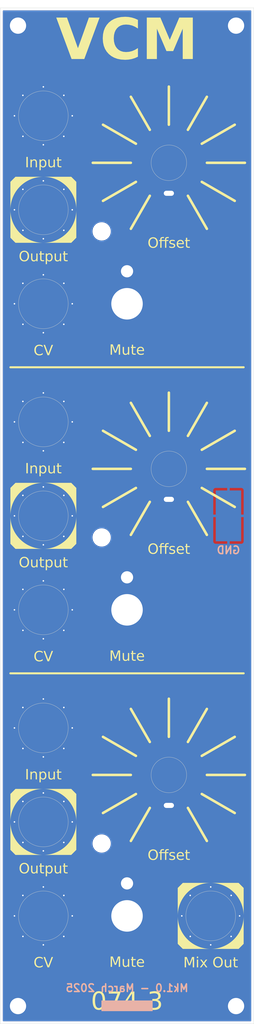
<source format=kicad_pcb>
(kicad_pcb (version 20241229) (generator "pcbnew") (generator_version "9.0")
  (title_block (title "Kosmo Format Front Panel - 5 cm") (company "DMH Instruments"))
  (layers (0 "F.Cu" signal) (2 "B.Cu" signal) (13 "F.Paste" user) (15 "B.Paste" user) (5 "F.SilkS" user "F.Silkscreen") (7 "B.SilkS" user "B.Silkscreen") (1 "F.Mask" user) (3 "B.Mask" user) (25 "Edge.Cuts" user))
  (net 0 "")
  (net 1 "GND")
  (footprint "SynthStuff:Pot_Cutout_Small" (layer "F.Cu") (at 83.25 181)
    (property "Reference" "H13")
    (property "Value" "Offset" (at 0 15.9 0) (layer "F.SilkS") (effects (font (size 2 2))))
    (fp_line (start -7.499998 0) (end -15 0) (stroke (width 0.5)) (layer "F.SilkS"))
    (fp_line (start -6.49301 -3.753771) (end -12.992858 -7.495709) (stroke (width 0.5)) (layer "F.SilkS"))
    (fp_line (start -6.49301 3.753772) (end -12.992781 7.495835) (stroke (width 0.5)) (layer "F.SilkS"))
    (fp_line (start -3.753772 -6.49301) (end -7.495837 -12.992783) (stroke (width 0.5)) (layer "F.SilkS"))
    (fp_line (start -3.753771 6.49301) (end -7.495708 12.992854) (stroke (width 0.5)) (layer "F.SilkS"))
    (fp_line (start 0 -7.5) (end 0 -15) (stroke (width 0.5)) (layer "F.SilkS"))
    (fp_line (start 3.753771 -6.49301) (end 7.495709 -12.992858) (stroke (width 0.5)) (layer "F.SilkS"))
    (fp_line (start 3.753772 6.49301) (end 7.495835 12.992782) (stroke (width 0.5)) (layer "F.SilkS"))
    (fp_line (start 6.49301 -3.753772) (end 12.992783 -7.495836) (stroke (width 0.5)) (layer "F.SilkS"))
    (fp_line (start 6.49301 3.753771) (end 12.992855 7.495709) (stroke (width 0.5)) (layer "F.SilkS"))
    (fp_line (start 7.5 0) (end 14.999999 0) (stroke (width 0.5)) (layer "F.SilkS"))
    (fp_circle (center 0 0) (end 0 3.5) (stroke (width 0.05)) (fill no) (layer "Edge.Cuts"))
    (pad "1" connect circle (at 0 0) (size 12 12) (layers "F.Cu" "F.Mask") (net 1 "GND"))
    (pad "1" connect circle (at 0 0) (size 12 12) (layers "B.Cu" "B.Mask") (net 1 "GND"))
    (pad "1" thru_hole oval (at 0 6) (size 2.5 1.5) (drill oval 2 1) (layers "*.Cu" "*.Mask") (net 1 "GND"))
  )
  (footprint "SynthStuff:MountingHole_Rails" (layer "F.Cu") (at 53.5 226.5)
    (property "Reference" "H3")
    (property "Value" "MountingHole_Rails" (hide yes))
    (pad "1" thru_hole circle (at 0 0) (size 4 4) (drill 3.2) (layers "*.Cu" "*.Mask") (net 1 "GND"))
  )
  (footprint "SynthStuff:Jack_6.35mm_Cutout_Output_v6" (layer "F.Cu") (at 58.5 130)
    (property "Reference" "H11")
    (property "Value" "Output" (at 0 9.3 0) (layer "F.SilkS") (effects (font (size 2 2))))
    (fp_poly (pts (xy -6.5 5.5) (arc (start -6.5 0) (mid -4.596194 4.596194) (end 0 6.5)) (xy -5.5 6.5)) (fill yes) (layer "F.SilkS"))
    (fp_poly (pts (xy -5.5 -6.5) (arc (start 0 -6.5) (mid -4.596194 -4.596194) (end -6.5 0)) (xy -6.5 -5.5)) (fill yes) (layer "F.SilkS"))
    (fp_poly (pts (xy 5.5 6.5) (arc (start 0 6.5) (mid 4.596194 4.596194) (end 6.5 0)) (xy 6.5 5.5)) (fill yes) (layer "F.SilkS"))
    (fp_poly (pts (xy 6.5 -5.5) (arc (start 6.5 0) (mid 4.596194 -4.596194) (end 0 -6.5)) (xy 5.5 -6.5)) (fill yes) (layer "F.SilkS"))
    (fp_circle (center 0 0) (end 0 -4.9) (stroke (width 0.05)) (fill no) (layer "Edge.Cuts"))
    (pad "1" thru_hole circle (at -5.7 0) (size 0.5 0.5) (drill 0.3) (layers "*.Cu" "*.Mask") (net 1 "GND"))
    (pad "1" thru_hole circle (at -4.04 -4.03) (size 0.5 0.5) (drill 0.3) (layers "*.Cu" "*.Mask") (net 1 "GND"))
    (pad "1" thru_hole circle (at -4.03 4.04) (size 0.5 0.5) (drill 0.3) (layers "*.Cu" "*.Mask") (net 1 "GND"))
    (pad "1" thru_hole circle (at 0 -5.7) (size 0.5 0.5) (drill 0.3) (layers "*.Cu" "*.Mask") (net 1 "GND"))
    (pad "1" connect circle (at 0 0) (size 12 12) (layers "F.Cu" "F.Mask") (net 1 "GND"))
    (pad "1" connect circle (at 0 0) (size 12 12) (layers "B.Cu" "B.Mask") (net 1 "GND"))
    (pad "1" thru_hole circle (at 0 5.7) (size 0.5 0.5) (drill 0.3) (layers "*.Cu" "*.Mask") (net 1 "GND"))
    (pad "1" thru_hole circle (at 4.03 4.04) (size 0.5 0.5) (drill 0.3) (layers "*.Cu" "*.Mask") (net 1 "GND"))
    (pad "1" thru_hole circle (at 4.04 -4.03) (size 0.5 0.5) (drill 0.3) (layers "*.Cu" "*.Mask") (net 1 "GND"))
    (pad "1" thru_hole circle (at 5.7 0) (size 0.5 0.5) (drill 0.3) (layers "*.Cu" "*.Mask") (net 1 "GND"))
  )
  (footprint "SynthStuff:MountingHole_LED_3mm" (layer "F.Cu") (at 70 134.25)
    (property "Reference" "H22" (hide yes))
    (property "Value" "LED")
    (pad "" np_thru_hole circle (at 0 0) (size 3.1 3.1) (drill 3.1) (layers "*.Cu" "*.Mask"))
  )
  (footprint "SynthStuff:Jack_6.35mm_Cutout_Output_v6" (layer "F.Cu") (at 58.5 69.75)
    (property "Reference" "H7")
    (property "Value" "Output" (at 0 9.3 0) (layer "F.SilkS") (effects (font (size 2 2))))
    (fp_poly (pts (xy -6.5 5.5) (arc (start -6.5 0) (mid -4.596194 4.596194) (end 0 6.5)) (xy -5.5 6.5)) (fill yes) (layer "F.SilkS"))
    (fp_poly (pts (xy -5.5 -6.5) (arc (start 0 -6.5) (mid -4.596194 -4.596194) (end -6.5 0)) (xy -6.5 -5.5)) (fill yes) (layer "F.SilkS"))
    (fp_poly (pts (xy 5.5 6.5) (arc (start 0 6.5) (mid 4.596194 4.596194) (end 6.5 0)) (xy 6.5 5.5)) (fill yes) (layer "F.SilkS"))
    (fp_poly (pts (xy 6.5 -5.5) (arc (start 6.5 0) (mid 4.596194 -4.596194) (end 0 -6.5)) (xy 5.5 -6.5)) (fill yes) (layer "F.SilkS"))
    (fp_circle (center 0 0) (end 0 -4.9) (stroke (width 0.05)) (fill no) (layer "Edge.Cuts"))
    (pad "1" thru_hole circle (at -5.7 0) (size 0.5 0.5) (drill 0.3) (layers "*.Cu" "*.Mask") (net 1 "GND"))
    (pad "1" thru_hole circle (at -4.04 -4.03) (size 0.5 0.5) (drill 0.3) (layers "*.Cu" "*.Mask") (net 1 "GND"))
    (pad "1" thru_hole circle (at -4.03 4.04) (size 0.5 0.5) (drill 0.3) (layers "*.Cu" "*.Mask") (net 1 "GND"))
    (pad "1" thru_hole circle (at 0 -5.7) (size 0.5 0.5) (drill 0.3) (layers "*.Cu" "*.Mask") (net 1 "GND"))
    (pad "1" connect circle (at 0 0) (size 12 12) (layers "F.Cu" "F.Mask") (net 1 "GND"))
    (pad "1" connect circle (at 0 0) (size 12 12) (layers "B.Cu" "B.Mask") (net 1 "GND"))
    (pad "1" thru_hole circle (at 0 5.7) (size 0.5 0.5) (drill 0.3) (layers "*.Cu" "*.Mask") (net 1 "GND"))
    (pad "1" thru_hole circle (at 4.03 4.04) (size 0.5 0.5) (drill 0.3) (layers "*.Cu" "*.Mask") (net 1 "GND"))
    (pad "1" thru_hole circle (at 4.04 -4.03) (size 0.5 0.5) (drill 0.3) (layers "*.Cu" "*.Mask") (net 1 "GND"))
    (pad "1" thru_hole circle (at 5.7 0) (size 0.5 0.5) (drill 0.3) (layers "*.Cu" "*.Mask") (net 1 "GND"))
  )
  (footprint "SynthStuff:Toggle_Switch_Cutout" (layer "F.Cu") (at 75 148.5)
    (property "Reference" "H20")
    (property "Value" "Mute" (at 0 9.2 0) (layer "F.SilkS") (effects (font (size 2 2))))
    (pad "1" thru_hole circle (at 0 -6.4) (size 2.9 2.9) (drill 2.4) (layers "*.Cu" "*.Mask") (net 1 "GND"))
    (pad "1" thru_hole circle (at 0 0) (size 13 13) (drill 6.2) (layers "*.Cu" "*.Mask") (net 1 "GND"))
  )
  (footprint "SynthStuff:Jack_6.35mm_Cutout_v3" (layer "F.Cu") (at 58.5 208.75)
    (property "Reference" "H16")
    (property "Value" "CV" (at 0 9.3 0) (layer "F.SilkS") (effects (font (size 2 2))))
    (fp_circle (center 0 0) (end 0 -4.9) (stroke (width 0.05)) (fill no) (layer "Edge.Cuts"))
    (pad "1" thru_hole circle (at -5.7 0) (size 0.5 0.5) (drill 0.3) (layers "*.Cu" "*.Mask") (net 1 "GND"))
    (pad "1" thru_hole circle (at -4.04 -4.03) (size 0.5 0.5) (drill 0.3) (layers "*.Cu" "*.Mask") (net 1 "GND"))
    (pad "1" thru_hole circle (at -4.03 4.04) (size 0.5 0.5) (drill 0.3) (layers "*.Cu" "*.Mask") (net 1 "GND"))
    (pad "1" thru_hole circle (at 0 -5.7) (size 0.5 0.5) (drill 0.3) (layers "*.Cu" "*.Mask") (net 1 "GND"))
    (pad "1" connect circle (at 0 0) (size 12 12) (layers "F.Cu" "F.Mask") (net 1 "GND"))
    (pad "1" connect circle (at 0 0) (size 12 12) (layers "B.Cu" "B.Mask") (net 1 "GND"))
    (pad "1" thru_hole circle (at 0 5.7) (size 0.5 0.5) (drill 0.3) (layers "*.Cu" "*.Mask") (net 1 "GND"))
    (pad "1" thru_hole circle (at 4.03 4.04) (size 0.5 0.5) (drill 0.3) (layers "*.Cu" "*.Mask") (net 1 "GND"))
    (pad "1" thru_hole circle (at 4.04 -4.03) (size 0.5 0.5) (drill 0.3) (layers "*.Cu" "*.Mask") (net 1 "GND"))
    (pad "1" thru_hole circle (at 5.7 0) (size 0.5 0.5) (drill 0.3) (layers "*.Cu" "*.Mask") (net 1 "GND"))
  )
  (footprint "SynthStuff:MountingHole_LED_3mm" (layer "F.Cu") (at 70 194.5)
    (property "Reference" "H23" (hide yes))
    (property "Value" "LED")
    (pad "" np_thru_hole circle (at 0 0) (size 3.1 3.1) (drill 3.1) (layers "*.Cu" "*.Mask"))
  )
  (footprint "SynthStuff:MountingHole_LED_3mm" (layer "F.Cu") (at 70 74)
    (property "Reference" "H17" (hide yes))
    (property "Value" "LED")
    (pad "" np_thru_hole circle (at 0 0) (size 3.1 3.1) (drill 3.1) (layers "*.Cu" "*.Mask"))
  )
  (footprint "SynthStuff:Jack_6.35mm_Cutout_Output_v6" (layer "F.Cu") (at 58.5 190.25)
    (property "Reference" "H15")
    (property "Value" "Output" (at 0 9.3 0) (layer "F.SilkS") (effects (font (size 2 2))))
    (fp_poly (pts (xy -6.5 5.5) (arc (start -6.5 0) (mid -4.596194 4.596194) (end 0 6.5)) (xy -5.5 6.5)) (fill yes) (layer "F.SilkS"))
    (fp_poly (pts (xy -5.5 -6.5) (arc (start 0 -6.5) (mid -4.596194 -4.596194) (end -6.5 0)) (xy -6.5 -5.5)) (fill yes) (layer "F.SilkS"))
    (fp_poly (pts (xy 5.5 6.5) (arc (start 0 6.5) (mid 4.596194 4.596194) (end 6.5 0)) (xy 6.5 5.5)) (fill yes) (layer "F.SilkS"))
    (fp_poly (pts (xy 6.5 -5.5) (arc (start 6.5 0) (mid 4.596194 -4.596194) (end 0 -6.5)) (xy 5.5 -6.5)) (fill yes) (layer "F.SilkS"))
    (fp_circle (center 0 0) (end 0 -4.9) (stroke (width 0.05)) (fill no) (layer "Edge.Cuts"))
    (pad "1" thru_hole circle (at -5.7 0) (size 0.5 0.5) (drill 0.3) (layers "*.Cu" "*.Mask") (net 1 "GND"))
    (pad "1" thru_hole circle (at -4.04 -4.03) (size 0.5 0.5) (drill 0.3) (layers "*.Cu" "*.Mask") (net 1 "GND"))
    (pad "1" thru_hole circle (at -4.03 4.04) (size 0.5 0.5) (drill 0.3) (layers "*.Cu" "*.Mask") (net 1 "GND"))
    (pad "1" thru_hole circle (at 0 -5.7) (size 0.5 0.5) (drill 0.3) (layers "*.Cu" "*.Mask") (net 1 "GND"))
    (pad "1" connect circle (at 0 0) (size 12 12) (layers "F.Cu" "F.Mask") (net 1 "GND"))
    (pad "1" connect circle (at 0 0) (size 12 12) (layers "B.Cu" "B.Mask") (net 1 "GND"))
    (pad "1" thru_hole circle (at 0 5.7) (size 0.5 0.5) (drill 0.3) (layers "*.Cu" "*.Mask") (net 1 "GND"))
    (pad "1" thru_hole circle (at 4.03 4.04) (size 0.5 0.5) (drill 0.3) (layers "*.Cu" "*.Mask") (net 1 "GND"))
    (pad "1" thru_hole circle (at 4.04 -4.03) (size 0.5 0.5) (drill 0.3) (layers "*.Cu" "*.Mask") (net 1 "GND"))
    (pad "1" thru_hole circle (at 5.7 0) (size 0.5 0.5) (drill 0.3) (layers "*.Cu" "*.Mask") (net 1 "GND"))
  )
  (footprint "SynthStuff:Jack_6.35mm_Cutout_v3" (layer "F.Cu") (at 58.5 148.5)
    (property "Reference" "H12")
    (property "Value" "CV" (at 0 9.3 0) (layer "F.SilkS") (effects (font (size 2 2))))
    (fp_circle (center 0 0) (end 0 -4.9) (stroke (width 0.05)) (fill no) (layer "Edge.Cuts"))
    (pad "1" thru_hole circle (at -5.7 0) (size 0.5 0.5) (drill 0.3) (layers "*.Cu" "*.Mask") (net 1 "GND"))
    (pad "1" thru_hole circle (at -4.04 -4.03) (size 0.5 0.5) (drill 0.3) (layers "*.Cu" "*.Mask") (net 1 "GND"))
    (pad "1" thru_hole circle (at -4.03 4.04) (size 0.5 0.5) (drill 0.3) (layers "*.Cu" "*.Mask") (net 1 "GND"))
    (pad "1" thru_hole circle (at 0 -5.7) (size 0.5 0.5) (drill 0.3) (layers "*.Cu" "*.Mask") (net 1 "GND"))
    (pad "1" connect circle (at 0 0) (size 12 12) (layers "F.Cu" "F.Mask") (net 1 "GND"))
    (pad "1" connect circle (at 0 0) (size 12 12) (layers "B.Cu" "B.Mask") (net 1 "GND"))
    (pad "1" thru_hole circle (at 0 5.7) (size 0.5 0.5) (drill 0.3) (layers "*.Cu" "*.Mask") (net 1 "GND"))
    (pad "1" thru_hole circle (at 4.03 4.04) (size 0.5 0.5) (drill 0.3) (layers "*.Cu" "*.Mask") (net 1 "GND"))
    (pad "1" thru_hole circle (at 4.04 -4.03) (size 0.5 0.5) (drill 0.3) (layers "*.Cu" "*.Mask") (net 1 "GND"))
    (pad "1" thru_hole circle (at 5.7 0) (size 0.5 0.5) (drill 0.3) (layers "*.Cu" "*.Mask") (net 1 "GND"))
  )
  (footprint "SynthStuff:Jack_6.35mm_Cutout_v3" (layer "F.Cu") (at 58.5 171.75)
    (property "Reference" "H14")
    (property "Value" "Input" (at 0 9.3 0) (layer "F.SilkS") (effects (font (size 2 2))))
    (fp_circle (center 0 0) (end 0 -4.9) (stroke (width 0.05)) (fill no) (layer "Edge.Cuts"))
    (pad "1" thru_hole circle (at -5.7 0) (size 0.5 0.5) (drill 0.3) (layers "*.Cu" "*.Mask") (net 1 "GND"))
    (pad "1" thru_hole circle (at -4.04 -4.03) (size 0.5 0.5) (drill 0.3) (layers "*.Cu" "*.Mask") (net 1 "GND"))
    (pad "1" thru_hole circle (at -4.03 4.04) (size 0.5 0.5) (drill 0.3) (layers "*.Cu" "*.Mask") (net 1 "GND"))
    (pad "1" thru_hole circle (at 0 -5.7) (size 0.5 0.5) (drill 0.3) (layers "*.Cu" "*.Mask") (net 1 "GND"))
    (pad "1" connect circle (at 0 0) (size 12 12) (layers "F.Cu" "F.Mask") (net 1 "GND"))
    (pad "1" connect circle (at 0 0) (size 12 12) (layers "B.Cu" "B.Mask") (net 1 "GND"))
    (pad "1" thru_hole circle (at 0 5.7) (size 0.5 0.5) (drill 0.3) (layers "*.Cu" "*.Mask") (net 1 "GND"))
    (pad "1" thru_hole circle (at 4.03 4.04) (size 0.5 0.5) (drill 0.3) (layers "*.Cu" "*.Mask") (net 1 "GND"))
    (pad "1" thru_hole circle (at 4.04 -4.03) (size 0.5 0.5) (drill 0.3) (layers "*.Cu" "*.Mask") (net 1 "GND"))
    (pad "1" thru_hole circle (at 5.7 0) (size 0.5 0.5) (drill 0.3) (layers "*.Cu" "*.Mask") (net 1 "GND"))
  )
  (footprint "SynthStuff:Jack_6.35mm_Cutout_v3" (layer "F.Cu") (at 58.5 111.5)
    (property "Reference" "H10")
    (property "Value" "Input" (at 0 9.3 0) (layer "F.SilkS") (effects (font (size 2 2))))
    (fp_circle (center 0 0) (end 0 -4.9) (stroke (width 0.05)) (fill no) (layer "Edge.Cuts"))
    (pad "1" thru_hole circle (at -5.7 0) (size 0.5 0.5) (drill 0.3) (layers "*.Cu" "*.Mask") (net 1 "GND"))
    (pad "1" thru_hole circle (at -4.04 -4.03) (size 0.5 0.5) (drill 0.3) (layers "*.Cu" "*.Mask") (net 1 "GND"))
    (pad "1" thru_hole circle (at -4.03 4.04) (size 0.5 0.5) (drill 0.3) (layers "*.Cu" "*.Mask") (net 1 "GND"))
    (pad "1" thru_hole circle (at 0 -5.7) (size 0.5 0.5) (drill 0.3) (layers "*.Cu" "*.Mask") (net 1 "GND"))
    (pad "1" connect circle (at 0 0) (size 12 12) (layers "F.Cu" "F.Mask") (net 1 "GND"))
    (pad "1" connect circle (at 0 0) (size 12 12) (layers "B.Cu" "B.Mask") (net 1 "GND"))
    (pad "1" thru_hole circle (at 0 5.7) (size 0.5 0.5) (drill 0.3) (layers "*.Cu" "*.Mask") (net 1 "GND"))
    (pad "1" thru_hole circle (at 4.03 4.04) (size 0.5 0.5) (drill 0.3) (layers "*.Cu" "*.Mask") (net 1 "GND"))
    (pad "1" thru_hole circle (at 4.04 -4.03) (size 0.5 0.5) (drill 0.3) (layers "*.Cu" "*.Mask") (net 1 "GND"))
    (pad "1" thru_hole circle (at 5.7 0) (size 0.5 0.5) (drill 0.3) (layers "*.Cu" "*.Mask") (net 1 "GND"))
  )
  (footprint "SynthStuff:Pot_Cutout_Small" (layer "F.Cu") (at 83.25 60.5)
    (property "Reference" "H5")
    (property "Value" "Offset" (at 0 15.9 0) (layer "F.SilkS") (effects (font (size 2 2))))
    (fp_line (start -7.499998 0) (end -15 0) (stroke (width 0.5)) (layer "F.SilkS"))
    (fp_line (start -6.49301 -3.753771) (end -12.992858 -7.495709) (stroke (width 0.5)) (layer "F.SilkS"))
    (fp_line (start -6.49301 3.753772) (end -12.992781 7.495835) (stroke (width 0.5)) (layer "F.SilkS"))
    (fp_line (start -3.753772 -6.49301) (end -7.495837 -12.992783) (stroke (width 0.5)) (layer "F.SilkS"))
    (fp_line (start -3.753771 6.49301) (end -7.495708 12.992854) (stroke (width 0.5)) (layer "F.SilkS"))
    (fp_line (start 0 -7.5) (end 0 -15) (stroke (width 0.5)) (layer "F.SilkS"))
    (fp_line (start 3.753771 -6.49301) (end 7.495709 -12.992858) (stroke (width 0.5)) (layer "F.SilkS"))
    (fp_line (start 3.753772 6.49301) (end 7.495835 12.992782) (stroke (width 0.5)) (layer "F.SilkS"))
    (fp_line (start 6.49301 -3.753772) (end 12.992783 -7.495836) (stroke (width 0.5)) (layer "F.SilkS"))
    (fp_line (start 6.49301 3.753771) (end 12.992855 7.495709) (stroke (width 0.5)) (layer "F.SilkS"))
    (fp_line (start 7.5 0) (end 14.999999 0) (stroke (width 0.5)) (layer "F.SilkS"))
    (fp_circle (center 0 0) (end 0 3.5) (stroke (width 0.05)) (fill no) (layer "Edge.Cuts"))
    (pad "1" connect circle (at 0 0) (size 12 12) (layers "F.Cu" "F.Mask") (net 1 "GND"))
    (pad "1" connect circle (at 0 0) (size 12 12) (layers "B.Cu" "B.Mask") (net 1 "GND"))
    (pad "1" thru_hole oval (at 0 6) (size 2.5 1.5) (drill oval 2 1) (layers "*.Cu" "*.Mask") (net 1 "GND"))
  )
  (footprint "SynthStuff:Toggle_Switch_Cutout" (layer "F.Cu") (at 75 208.75)
    (property "Reference" "H21")
    (property "Value" "Mute" (at 0 9.2 0) (layer "F.SilkS") (effects (font (size 2 2))))
    (pad "1" thru_hole circle (at 0 -6.4) (size 2.9 2.9) (drill 2.4) (layers "*.Cu" "*.Mask") (net 1 "GND"))
    (pad "1" thru_hole circle (at 0 0) (size 13 13) (drill 6.2) (layers "*.Cu" "*.Mask") (net 1 "GND"))
  )
  (footprint "SynthStuff:MountingHole_Rails" (layer "F.Cu") (at 96.5 33.5)
    (property "Reference" "H2")
    (property "Value" "MountingHole_Rails" (hide yes))
    (pad "1" thru_hole circle (at 0 0) (size 4 4) (drill 3.2) (layers "*.Cu" "*.Mask") (net 1 "GND"))
  )
  (footprint "SynthStuff:MountingHole_Rails" (layer "F.Cu") (at 96.5 226.5)
    (property "Reference" "H4")
    (property "Value" "MountingHole_Rails" (hide yes))
    (pad "1" thru_hole circle (at 0 0) (size 4 4) (drill 3.2) (layers "*.Cu" "*.Mask") (net 1 "GND"))
  )
  (footprint "SynthStuff:MountingHole_Rails" (layer "F.Cu") (at 53.5 33.5)
    (property "Reference" "H1")
    (property "Value" "MountingHole_Rails" (hide yes))
    (pad "1" thru_hole circle (at 0 0) (size 4 4) (drill 3.2) (layers "*.Cu" "*.Mask") (net 1 "GND"))
  )
  (footprint "SynthStuff:Toggle_Switch_Cutout" (layer "F.Cu") (at 75 88.25)
    (property "Reference" "H19")
    (property "Value" "Mute" (at 0 9.2 0) (layer "F.SilkS") (effects (font (size 2 2))))
    (pad "1" thru_hole circle (at 0 -6.4) (size 2.9 2.9) (drill 2.4) (layers "*.Cu" "*.Mask") (net 1 "GND"))
    (pad "1" thru_hole circle (at 0 0) (size 13 13) (drill 6.2) (layers "*.Cu" "*.Mask") (net 1 "GND"))
  )
  (footprint "SynthStuff:Pot_Cutout_Small" (layer "F.Cu") (at 83.25 120.75)
    (property "Reference" "H9")
    (property "Value" "Offset" (at 0 15.9 0) (layer "F.SilkS") (effects (font (size 2 2))))
    (fp_line (start -7.499998 0) (end -15 0) (stroke (width 0.5)) (layer "F.SilkS"))
    (fp_line (start -6.49301 -3.753771) (end -12.992858 -7.495709) (stroke (width 0.5)) (layer "F.SilkS"))
    (fp_line (start -6.49301 3.753772) (end -12.992781 7.495835) (stroke (width 0.5)) (layer "F.SilkS"))
    (fp_line (start -3.753772 -6.49301) (end -7.495837 -12.992783) (stroke (width 0.5)) (layer "F.SilkS"))
    (fp_line (start -3.753771 6.49301) (end -7.495708 12.992854) (stroke (width 0.5)) (layer "F.SilkS"))
    (fp_line (start 0 -7.5) (end 0 -15) (stroke (width 0.5)) (layer "F.SilkS"))
    (fp_line (start 3.753771 -6.49301) (end 7.495709 -12.992858) (stroke (width 0.5)) (layer "F.SilkS"))
    (fp_line (start 3.753772 6.49301) (end 7.495835 12.992782) (stroke (width 0.5)) (layer "F.SilkS"))
    (fp_line (start 6.49301 -3.753772) (end 12.992783 -7.495836) (stroke (width 0.5)) (layer "F.SilkS"))
    (fp_line (start 6.49301 3.753771) (end 12.992855 7.495709) (stroke (width 0.5)) (layer "F.SilkS"))
    (fp_line (start 7.5 0) (end 14.999999 0) (stroke (width 0.5)) (layer "F.SilkS"))
    (fp_circle (center 0 0) (end 0 3.5) (stroke (width 0.05)) (fill no) (layer "Edge.Cuts"))
    (pad "1" connect circle (at 0 0) (size 12 12) (layers "F.Cu" "F.Mask") (net 1 "GND"))
    (pad "1" connect circle (at 0 0) (size 12 12) (layers "B.Cu" "B.Mask") (net 1 "GND"))
    (pad "1" thru_hole oval (at 0 6) (size 2.5 1.5) (drill oval 2 1) (layers "*.Cu" "*.Mask") (net 1 "GND"))
  )
  (footprint "SynthStuff:Jack_6.35mm_Cutout_v3" (layer "F.Cu") (at 58.5 51.25)
    (property "Reference" "H6")
    (property "Value" "Input" (at 0 9.3 0) (layer "F.SilkS") (effects (font (size 2 2))))
    (fp_circle (center 0 0) (end 0 -4.9) (stroke (width 0.05)) (fill no) (layer "Edge.Cuts"))
    (pad "1" thru_hole circle (at -5.7 0) (size 0.5 0.5) (drill 0.3) (layers "*.Cu" "*.Mask") (net 1 "GND"))
    (pad "1" thru_hole circle (at -4.04 -4.03) (size 0.5 0.5) (drill 0.3) (layers "*.Cu" "*.Mask") (net 1 "GND"))
    (pad "1" thru_hole circle (at -4.03 4.04) (size 0.5 0.5) (drill 0.3) (layers "*.Cu" "*.Mask") (net 1 "GND"))
    (pad "1" thru_hole circle (at 0 -5.7) (size 0.5 0.5) (drill 0.3) (layers "*.Cu" "*.Mask") (net 1 "GND"))
    (pad "1" connect circle (at 0 0) (size 12 12) (layers "F.Cu" "F.Mask") (net 1 "GND"))
    (pad "1" connect circle (at 0 0) (size 12 12) (layers "B.Cu" "B.Mask") (net 1 "GND"))
    (pad "1" thru_hole circle (at 0 5.7) (size 0.5 0.5) (drill 0.3) (layers "*.Cu" "*.Mask") (net 1 "GND"))
    (pad "1" thru_hole circle (at 4.03 4.04) (size 0.5 0.5) (drill 0.3) (layers "*.Cu" "*.Mask") (net 1 "GND"))
    (pad "1" thru_hole circle (at 4.04 -4.03) (size 0.5 0.5) (drill 0.3) (layers "*.Cu" "*.Mask") (net 1 "GND"))
    (pad "1" thru_hole circle (at 5.7 0) (size 0.5 0.5) (drill 0.3) (layers "*.Cu" "*.Mask") (net 1 "GND"))
  )
  (footprint "SynthStuff:Jack_6.35mm_Cutout_Output_v6" (layer "F.Cu") (at 91.5 208.75)
    (property "Reference" "H18")
    (property "Value" "Mix Out" (at 0 9.3 0) (layer "F.SilkS") (effects (font (size 2 2))))
    (fp_poly (pts (xy -6.5 5.5) (arc (start -6.5 0) (mid -4.596194 4.596194) (end 0 6.5)) (xy -5.5 6.5)) (fill yes) (layer "F.SilkS"))
    (fp_poly (pts (xy -5.5 -6.5) (arc (start 0 -6.5) (mid -4.596194 -4.596194) (end -6.5 0)) (xy -6.5 -5.5)) (fill yes) (layer "F.SilkS"))
    (fp_poly (pts (xy 5.5 6.5) (arc (start 0 6.5) (mid 4.596194 4.596194) (end 6.5 0)) (xy 6.5 5.5)) (fill yes) (layer "F.SilkS"))
    (fp_poly (pts (xy 6.5 -5.5) (arc (start 6.5 0) (mid 4.596194 -4.596194) (end 0 -6.5)) (xy 5.5 -6.5)) (fill yes) (layer "F.SilkS"))
    (fp_circle (center 0 0) (end 0 -4.9) (stroke (width 0.05)) (fill no) (layer "Edge.Cuts"))
    (pad "1" thru_hole circle (at -5.7 0) (size 0.5 0.5) (drill 0.3) (layers "*.Cu" "*.Mask") (net 1 "GND"))
    (pad "1" thru_hole circle (at -4.04 -4.03) (size 0.5 0.5) (drill 0.3) (layers "*.Cu" "*.Mask") (net 1 "GND"))
    (pad "1" thru_hole circle (at -4.03 4.04) (size 0.5 0.5) (drill 0.3) (layers "*.Cu" "*.Mask") (net 1 "GND"))
    (pad "1" thru_hole circle (at 0 -5.7) (size 0.5 0.5) (drill 0.3) (layers "*.Cu" "*.Mask") (net 1 "GND"))
    (pad "1" connect circle (at 0 0) (size 12 12) (layers "F.Cu" "F.Mask") (net 1 "GND"))
    (pad "1" connect circle (at 0 0) (size 12 12) (layers "B.Cu" "B.Mask") (net 1 "GND"))
    (pad "1" thru_hole circle (at 0 5.7) (size 0.5 0.5) (drill 0.3) (layers "*.Cu" "*.Mask") (net 1 "GND"))
    (pad "1" thru_hole circle (at 4.03 4.04) (size 0.5 0.5) (drill 0.3) (layers "*.Cu" "*.Mask") (net 1 "GND"))
    (pad "1" thru_hole circle (at 4.04 -4.03) (size 0.5 0.5) (drill 0.3) (layers "*.Cu" "*.Mask") (net 1 "GND"))
    (pad "1" thru_hole circle (at 5.7 0) (size 0.5 0.5) (drill 0.3) (layers "*.Cu" "*.Mask") (net 1 "GND"))
  )
  (footprint "SynthStuff:Jack_6.35mm_Cutout_v3" (layer "F.Cu") (at 58.5 88.25)
    (property "Reference" "H8")
    (property "Value" "CV" (at 0 9.3 0) (layer "F.SilkS") (effects (font (size 2 2))))
    (fp_circle (center 0 0) (end 0 -4.9) (stroke (width 0.05)) (fill no) (layer "Edge.Cuts"))
    (pad "1" thru_hole circle (at -5.7 0) (size 0.5 0.5) (drill 0.3) (layers "*.Cu" "*.Mask") (net 1 "GND"))
    (pad "1" thru_hole circle (at -4.04 -4.03) (size 0.5 0.5) (drill 0.3) (layers "*.Cu" "*.Mask") (net 1 "GND"))
    (pad "1" thru_hole circle (at -4.03 4.04) (size 0.5 0.5) (drill 0.3) (layers "*.Cu" "*.Mask") (net 1 "GND"))
    (pad "1" thru_hole circle (at 0 -5.7) (size 0.5 0.5) (drill 0.3) (layers "*.Cu" "*.Mask") (net 1 "GND"))
    (pad "1" connect circle (at 0 0) (size 12 12) (layers "F.Cu" "F.Mask") (net 1 "GND"))
    (pad "1" connect circle (at 0 0) (size 12 12) (layers "B.Cu" "B.Mask") (net 1 "GND"))
    (pad "1" thru_hole circle (at 0 5.7) (size 0.5 0.5) (drill 0.3) (layers "*.Cu" "*.Mask") (net 1 "GND"))
    (pad "1" thru_hole circle (at 4.03 4.04) (size 0.5 0.5) (drill 0.3) (layers "*.Cu" "*.Mask") (net 1 "GND"))
    (pad "1" thru_hole circle (at 4.04 -4.03) (size 0.5 0.5) (drill 0.3) (layers "*.Cu" "*.Mask") (net 1 "GND"))
    (pad "1" thru_hole circle (at 5.7 0) (size 0.5 0.5) (drill 0.3) (layers "*.Cu" "*.Mask") (net 1 "GND"))
  )
  (footprint "SynthStuff:Panel_GND_SolderWirePad_5x10mm" (layer "B.Cu") (at 95 130 180)
    (property "Reference" "J0" (hide yes))
    (property "Value" "Panel_GND_Solder_Wire_Pad" (hide yes))
    (property "Function" "GND" (at 0 -6.75 0) (layer "B.SilkS") (effects (font (size 1.5 1.5) (thickness 0.3) (bold yes)) (justify mirror)))
    (pad "1" smd rect (at 0 0 180) (size 5 10) (layers "B.Cu" "B.Mask" "B.Paste") (net 1 "GND"))
  )
  (gr_line (start 52 100.75) (end 98 100.75) (stroke (width 0.4)) (layer "F.SilkS"))
  (gr_line (start 52 161) (end 98 161) (stroke (width 0.4)) (layer "F.SilkS"))
  (gr_rect (start 70 225.45) (end 80 227.45) (stroke (width 0.1)) (fill yes) (layer "B.SilkS"))
  (gr_rect (start 50 30) (end 100 230) (stroke (width 0.05)) (fill no) (layer "Edge.Cuts"))
  (gr_text "VCM" (at 75 36.75 0) (layer "F.SilkS") (effects (font (size 8 8) (thickness 0.8) (bold yes))))
  (gr_text "074-3" (at 75 225.75 0) (layer "F.SilkS") (effects (font (size 3.5 3.5) (thickness 0.875))))
  (gr_text "Mk1.0 - March 2025" (at 75 222.95 0) (layer "B.SilkS") (effects (font (size 1.5 1.5) (thickness 0.3) (bold yes)) (justify mirror)))
  (zone (net 1) (net_name "GND") (layers "F.Cu" "B.Cu") (name "GroundPlane") (connect_pads yes (clearance 0.5)) (min_thickness 0.25) (fill yes (thermal_gap 0.5) (thermal_bridge_width 0.5))
    (polygon (pts (xy 50 30) (xy 100 30) (xy 100 230) (xy 50 230)))
  )
)
</source>
